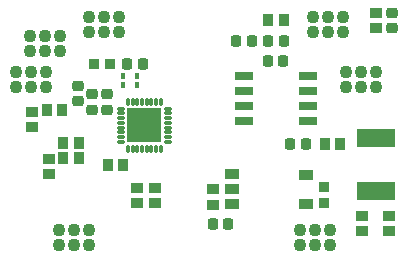
<source format=gts>
G04*
G04 #@! TF.GenerationSoftware,Altium Limited,Altium Designer,20.1.8 (145)*
G04*
G04 Layer_Color=8388736*
%FSLAX43Y43*%
%MOMM*%
G71*
G04*
G04 #@! TF.SameCoordinates,A35BB786-9FE3-423A-BE6B-7267126F668D*
G04*
G04*
G04 #@! TF.FilePolarity,Negative*
G04*
G01*
G75*
%ADD16R,0.950X0.950*%
G04:AMPARAMS|DCode=17|XSize=1mm|YSize=0.9mm|CornerRadius=0.25mm|HoleSize=0mm|Usage=FLASHONLY|Rotation=0.000|XOffset=0mm|YOffset=0mm|HoleType=Round|Shape=RoundedRectangle|*
%AMROUNDEDRECTD17*
21,1,1.000,0.400,0,0,0.0*
21,1,0.500,0.900,0,0,0.0*
1,1,0.500,0.250,-0.200*
1,1,0.500,-0.250,-0.200*
1,1,0.500,-0.250,0.200*
1,1,0.500,0.250,0.200*
%
%ADD17ROUNDEDRECTD17*%
%ADD18R,1.000X0.900*%
%ADD19R,0.900X1.000*%
G04:AMPARAMS|DCode=20|XSize=1mm|YSize=0.9mm|CornerRadius=0.25mm|HoleSize=0mm|Usage=FLASHONLY|Rotation=270.000|XOffset=0mm|YOffset=0mm|HoleType=Round|Shape=RoundedRectangle|*
%AMROUNDEDRECTD20*
21,1,1.000,0.400,0,0,270.0*
21,1,0.500,0.900,0,0,270.0*
1,1,0.500,-0.200,-0.250*
1,1,0.500,-0.200,0.250*
1,1,0.500,0.200,0.250*
1,1,0.500,0.200,-0.250*
%
%ADD20ROUNDEDRECTD20*%
%ADD21R,0.450X0.600*%
%ADD22R,3.300X1.600*%
%ADD23R,1.650X0.700*%
%ADD24R,1.300X0.900*%
%ADD25O,0.800X0.300*%
%ADD26O,0.300X0.800*%
%ADD27R,3.000X3.000*%
%ADD28R,0.950X0.950*%
%ADD29C,1.100*%
%ADD30C,0.903*%
D16*
X58300Y31025D02*
D03*
Y32425D02*
D03*
D17*
X64100Y45850D02*
D03*
Y47150D02*
D03*
X37500Y40950D02*
D03*
Y39650D02*
D03*
X39900Y40250D02*
D03*
Y38950D02*
D03*
X38700Y40250D02*
D03*
Y38950D02*
D03*
D18*
X62746Y47150D02*
D03*
Y45850D02*
D03*
X61500Y28675D02*
D03*
Y29975D02*
D03*
X63800D02*
D03*
Y28675D02*
D03*
X48900Y32200D02*
D03*
Y30900D02*
D03*
X42500Y32325D02*
D03*
Y31025D02*
D03*
X44000Y32325D02*
D03*
Y31025D02*
D03*
X33600Y37475D02*
D03*
Y38775D02*
D03*
X35000Y34775D02*
D03*
Y33475D02*
D03*
D19*
X58400Y36075D02*
D03*
X59700D02*
D03*
X53600Y46525D02*
D03*
X54900D02*
D03*
X37550Y36125D02*
D03*
X36250D02*
D03*
X37550Y34825D02*
D03*
X36250D02*
D03*
X41291Y34225D02*
D03*
X39991D02*
D03*
X36150Y38900D02*
D03*
X34850D02*
D03*
D20*
X55450Y36075D02*
D03*
X56750D02*
D03*
X52200Y44725D02*
D03*
X50900D02*
D03*
X54900D02*
D03*
X53600D02*
D03*
X54850Y43025D02*
D03*
X53550D02*
D03*
X50224Y29225D02*
D03*
X48924D02*
D03*
X42950Y42825D02*
D03*
X41650D02*
D03*
D21*
X41300Y41025D02*
D03*
X42500D02*
D03*
Y41775D02*
D03*
X41300D02*
D03*
D22*
X62700Y32025D02*
D03*
Y36525D02*
D03*
D23*
X51550Y41780D02*
D03*
Y40510D02*
D03*
Y39240D02*
D03*
Y37970D02*
D03*
X56950D02*
D03*
Y39240D02*
D03*
Y40510D02*
D03*
Y41780D02*
D03*
D24*
X50500Y30925D02*
D03*
Y32195D02*
D03*
Y33465D02*
D03*
X56800Y33425D02*
D03*
Y30925D02*
D03*
D25*
X41125Y39025D02*
D03*
Y38625D02*
D03*
Y38225D02*
D03*
Y37825D02*
D03*
Y37425D02*
D03*
Y37025D02*
D03*
Y36625D02*
D03*
Y36225D02*
D03*
X45075D02*
D03*
Y36625D02*
D03*
Y37025D02*
D03*
Y37425D02*
D03*
Y37825D02*
D03*
Y38225D02*
D03*
Y38625D02*
D03*
Y39025D02*
D03*
D26*
X41700Y35650D02*
D03*
X42100D02*
D03*
X42500D02*
D03*
X42900D02*
D03*
X43300D02*
D03*
X43700D02*
D03*
X44100D02*
D03*
X44500D02*
D03*
Y39600D02*
D03*
X44100D02*
D03*
X43700D02*
D03*
X43300D02*
D03*
X42900D02*
D03*
X42500D02*
D03*
X42100D02*
D03*
X41700D02*
D03*
D27*
X43100Y37625D02*
D03*
D28*
X38825Y42825D02*
D03*
X40225D02*
D03*
D29*
X57400Y45525D02*
D03*
Y46795D02*
D03*
X58670Y45525D02*
D03*
Y46795D02*
D03*
X59940Y45525D02*
D03*
Y46795D02*
D03*
X60206Y42137D02*
D03*
Y40867D02*
D03*
X61476Y42137D02*
D03*
Y40867D02*
D03*
X62746Y42137D02*
D03*
Y40867D02*
D03*
X32254Y42137D02*
D03*
Y40867D02*
D03*
X33524Y42137D02*
D03*
Y40867D02*
D03*
X34794Y42137D02*
D03*
Y40867D02*
D03*
X40940Y46795D02*
D03*
Y45525D02*
D03*
X39670Y46795D02*
D03*
Y45525D02*
D03*
X38400Y46795D02*
D03*
Y45525D02*
D03*
X35880Y27455D02*
D03*
Y28725D02*
D03*
X37150Y27455D02*
D03*
Y28725D02*
D03*
X38420Y27455D02*
D03*
Y28725D02*
D03*
X56255Y27455D02*
D03*
Y28725D02*
D03*
X57525Y27455D02*
D03*
Y28725D02*
D03*
X58795Y27455D02*
D03*
Y28725D02*
D03*
X35940Y43905D02*
D03*
Y45175D02*
D03*
X33400D02*
D03*
X34670D02*
D03*
X33400Y43905D02*
D03*
X34670D02*
D03*
D30*
X43100Y37625D02*
D03*
M02*

</source>
